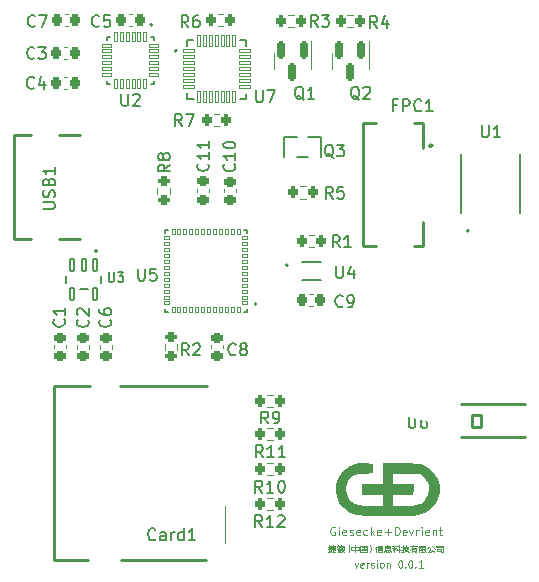
<source format=gto>
%TF.GenerationSoftware,KiCad,Pcbnew,(6.0.6)*%
%TF.CreationDate,2022-07-19T19:23:43+08:00*%
%TF.ProjectId,Egret,45677265-742e-46b6-9963-61645f706362,rev?*%
%TF.SameCoordinates,Original*%
%TF.FileFunction,Legend,Top*%
%TF.FilePolarity,Positive*%
%FSLAX46Y46*%
G04 Gerber Fmt 4.6, Leading zero omitted, Abs format (unit mm)*
G04 Created by KiCad (PCBNEW (6.0.6)) date 2022-07-19 19:23:43*
%MOMM*%
%LPD*%
G01*
G04 APERTURE LIST*
G04 Aperture macros list*
%AMRoundRect*
0 Rectangle with rounded corners*
0 $1 Rounding radius*
0 $2 $3 $4 $5 $6 $7 $8 $9 X,Y pos of 4 corners*
0 Add a 4 corners polygon primitive as box body*
4,1,4,$2,$3,$4,$5,$6,$7,$8,$9,$2,$3,0*
0 Add four circle primitives for the rounded corners*
1,1,$1+$1,$2,$3*
1,1,$1+$1,$4,$5*
1,1,$1+$1,$6,$7*
1,1,$1+$1,$8,$9*
0 Add four rect primitives between the rounded corners*
20,1,$1+$1,$2,$3,$4,$5,0*
20,1,$1+$1,$4,$5,$6,$7,0*
20,1,$1+$1,$6,$7,$8,$9,0*
20,1,$1+$1,$8,$9,$2,$3,0*%
G04 Aperture macros list end*
%ADD10C,0.100000*%
%ADD11C,0.150000*%
%ADD12C,0.300000*%
%ADD13C,0.120000*%
%ADD14C,0.200000*%
%ADD15C,0.127000*%
%ADD16C,0.254000*%
%ADD17C,0.102000*%
%ADD18C,0.152000*%
%ADD19C,0.600000*%
%ADD20RoundRect,0.200000X-0.200000X-0.275000X0.200000X-0.275000X0.200000X0.275000X-0.200000X0.275000X0*%
%ADD21R,0.550000X0.250000*%
%ADD22RoundRect,0.225000X-0.250000X0.225000X-0.250000X-0.225000X0.250000X-0.225000X0.250000X0.225000X0*%
%ADD23RoundRect,0.200000X0.200000X0.275000X-0.200000X0.275000X-0.200000X-0.275000X0.200000X-0.275000X0*%
%ADD24R,0.800000X2.300000*%
%ADD25R,1.500000X1.600000*%
%ADD26R,2.200000X1.200000*%
%ADD27R,1.500000X1.200000*%
%ADD28R,1.600000X0.700000*%
%ADD29C,1.000000*%
%ADD30RoundRect,0.150000X-0.150000X0.587500X-0.150000X-0.587500X0.150000X-0.587500X0.150000X0.587500X0*%
%ADD31R,0.532000X1.070000*%
%ADD32RoundRect,0.225000X0.225000X0.250000X-0.225000X0.250000X-0.225000X-0.250000X0.225000X-0.250000X0*%
%ADD33R,5.400000X5.400000*%
%ADD34RoundRect,0.014000X-0.161000X0.211000X-0.161000X-0.211000X0.161000X-0.211000X0.161000X0.211000X0*%
%ADD35RoundRect,0.014000X0.211000X0.161000X-0.211000X0.161000X-0.211000X-0.161000X0.211000X-0.161000X0*%
%ADD36RoundRect,0.014000X0.161000X-0.211000X0.161000X0.211000X-0.161000X0.211000X-0.161000X-0.211000X0*%
%ADD37RoundRect,0.014000X-0.211000X-0.161000X0.211000X-0.161000X0.211000X0.161000X-0.211000X0.161000X0*%
%ADD38RoundRect,0.225000X-0.225000X-0.250000X0.225000X-0.250000X0.225000X0.250000X-0.225000X0.250000X0*%
%ADD39RoundRect,0.225000X0.250000X-0.225000X0.250000X0.225000X-0.250000X0.225000X-0.250000X-0.225000X0*%
%ADD40RoundRect,0.200000X0.275000X-0.200000X0.275000X0.200000X-0.275000X0.200000X-0.275000X-0.200000X0*%
%ADD41R,0.900000X1.500000*%
%ADD42RoundRect,0.088500X-0.206500X0.516500X-0.206500X-0.516500X0.206500X-0.516500X0.206500X0.516500X0*%
%ADD43R,2.500000X2.000000*%
%ADD44R,1.250000X0.300000*%
%ADD45R,2.600000X2.700000*%
%ADD46RoundRect,0.014000X0.411000X0.161000X-0.411000X0.161000X-0.411000X-0.161000X0.411000X-0.161000X0*%
%ADD47RoundRect,0.014000X0.161000X-0.386000X0.161000X0.386000X-0.161000X0.386000X-0.161000X-0.386000X0*%
%ADD48RoundRect,0.014000X-0.411000X-0.161000X0.411000X-0.161000X0.411000X0.161000X-0.411000X0.161000X0*%
%ADD49RoundRect,0.014000X-0.161000X0.386000X-0.161000X-0.386000X0.161000X-0.386000X0.161000X0.386000X0*%
%ADD50R,3.250000X3.250000*%
%ADD51RoundRect,0.018900X-0.116100X0.486100X-0.116100X-0.486100X0.116100X-0.486100X0.116100X0.486100X0*%
%ADD52RoundRect,0.018900X0.486100X0.116100X-0.486100X0.116100X-0.486100X-0.116100X0.486100X-0.116100X0*%
%ADD53RoundRect,0.018900X0.116100X-0.486100X0.116100X0.486100X-0.116100X0.486100X-0.116100X-0.486100X0*%
%ADD54RoundRect,0.018900X-0.486100X-0.116100X0.486100X-0.116100X0.486100X0.116100X-0.486100X0.116100X0*%
%ADD55R,1.150000X0.300000*%
%ADD56R,1.150000X0.600000*%
%ADD57O,1.900000X1.000000*%
%ADD58O,2.100000X1.000000*%
%ADD59C,0.650000*%
G04 APERTURE END LIST*
D10*
X131213625Y-127889610D02*
X131594578Y-127889610D01*
X130999340Y-127961039D02*
X131189816Y-127961039D01*
X131213625Y-128056277D02*
X131618387Y-128056277D01*
X131261244Y-128151515D02*
X131570768Y-128151515D01*
X131404102Y-128246753D02*
X131570768Y-128246753D01*
X131380292Y-128389610D02*
X131618387Y-128389610D01*
X131023149Y-128389610D02*
X131094578Y-128389610D01*
X131118387Y-127818181D02*
X131118387Y-128389610D01*
X131427911Y-127818181D02*
X131427911Y-128389610D01*
X131261244Y-127961039D02*
X131570768Y-127961039D01*
X131570768Y-128151515D01*
X131261244Y-128222943D02*
X131189816Y-128389610D01*
X131189816Y-128127705D02*
X130999340Y-128151515D01*
X131261244Y-128270562D02*
X131356482Y-128365800D01*
X131523149Y-128389610D01*
X131927911Y-127889610D02*
X132356482Y-127889610D01*
X131975530Y-128103896D02*
X132332673Y-128103896D01*
X131927911Y-128175324D02*
X132356482Y-128175324D01*
X132046959Y-128389610D02*
X132237435Y-128389610D01*
X131856482Y-128032467D02*
X131856482Y-128389610D01*
X131975530Y-127961039D02*
X131975530Y-128103896D01*
X132070768Y-128270562D02*
X132070768Y-128389610D01*
X132094578Y-127961039D02*
X132094578Y-128103896D01*
X132142197Y-127818181D02*
X132118387Y-127961039D01*
X132213625Y-127961039D02*
X132213625Y-128103896D01*
X132237435Y-128318181D02*
X132237435Y-128389610D01*
X131975530Y-127961039D02*
X132332673Y-127961039D01*
X132332673Y-128103896D01*
X132261244Y-128270562D02*
X132356482Y-128365800D01*
X131880292Y-127818181D02*
X131761244Y-127961039D01*
X131880292Y-128008658D02*
X131737435Y-128151515D01*
X132094578Y-128222943D02*
X132189816Y-128246753D01*
X131975530Y-128270562D02*
X131927911Y-128389610D01*
X132808863Y-127818181D02*
X132785054Y-127889610D01*
X132761244Y-127984848D01*
X132761244Y-128222943D01*
X132785054Y-128318181D01*
X132808863Y-128365800D01*
X132999340Y-128175324D02*
X133618387Y-128175324D01*
X132999340Y-127937229D02*
X132999340Y-128222943D01*
X133308863Y-127818181D02*
X133308863Y-128389610D01*
X132999340Y-127937229D02*
X133618387Y-127937229D01*
X133618387Y-128199134D01*
X133856482Y-127961039D02*
X134261244Y-127961039D01*
X133880292Y-128103896D02*
X134237435Y-128103896D01*
X133832673Y-128246753D02*
X134261244Y-128246753D01*
X133737435Y-128365800D02*
X134356482Y-128365800D01*
X133737435Y-127865800D02*
X133737435Y-128389610D01*
X134046959Y-127961039D02*
X134046959Y-128246753D01*
X133737435Y-127865800D02*
X134356482Y-127865800D01*
X134356482Y-128389610D01*
X134142197Y-128151515D02*
X134213625Y-128199134D01*
X134546959Y-127818181D02*
X134594578Y-127889610D01*
X134618387Y-127984848D01*
X134618387Y-128222943D01*
X134594578Y-128318181D01*
X134546959Y-128365800D01*
X135237435Y-127865800D02*
X135546959Y-127865800D01*
X135189816Y-127937229D02*
X135618387Y-127937229D01*
X135237435Y-128032467D02*
X135570768Y-128032467D01*
X135237435Y-128127705D02*
X135570768Y-128127705D01*
X135237435Y-128365800D02*
X135570768Y-128365800D01*
X135118387Y-127937229D02*
X135118387Y-128389610D01*
X135237435Y-128222943D02*
X135237435Y-128389610D01*
X135237435Y-128222943D02*
X135570768Y-128222943D01*
X135570768Y-128389610D01*
X135166006Y-127841991D02*
X135118387Y-127961039D01*
X134999340Y-128080086D01*
X135856482Y-127984848D02*
X136237435Y-127984848D01*
X135856482Y-128080086D02*
X136237435Y-128080086D01*
X135856482Y-128175324D02*
X136237435Y-128175324D01*
X135927911Y-128389610D02*
X136189816Y-128389610D01*
X135856482Y-127889610D02*
X135856482Y-128175324D01*
X135927911Y-128246753D02*
X135927911Y-128389610D01*
X136189816Y-128341991D02*
X136166006Y-128389610D01*
X135856482Y-127889610D02*
X136237435Y-127889610D01*
X136237435Y-128175324D01*
X136023149Y-128222943D02*
X136094578Y-128294372D01*
X136237435Y-128246753D02*
X136356482Y-128365800D01*
X136023149Y-127818181D02*
X135999340Y-127889610D01*
X135808863Y-128246753D02*
X135785054Y-128341991D01*
X136475530Y-128008658D02*
X136737435Y-128008658D01*
X136618387Y-127865800D02*
X136618387Y-128389610D01*
X136999340Y-127818181D02*
X136999340Y-128389610D01*
X136618387Y-128032467D02*
X136666006Y-128103896D01*
X136713625Y-128151515D01*
X136808863Y-127889610D02*
X136904102Y-127913420D01*
X136785054Y-128056277D02*
X136880292Y-128103896D01*
X136618387Y-128008658D02*
X136499340Y-128222943D01*
X136689816Y-127841991D02*
X136475530Y-127865800D01*
X137070768Y-128199134D02*
X136761244Y-128246753D01*
X137451721Y-127937229D02*
X137808863Y-127937229D01*
X137213625Y-127961039D02*
X137404102Y-127961039D01*
X137237435Y-128389610D02*
X137308863Y-128389610D01*
X137332673Y-127818181D02*
X137332673Y-128389610D01*
X137618387Y-127818181D02*
X137618387Y-128080086D01*
X137499340Y-128080086D02*
X137546959Y-128199134D01*
X137666006Y-128318181D01*
X137832673Y-128389610D01*
X137451721Y-128080086D02*
X137785054Y-128080086D01*
X137737435Y-128175324D01*
X137618387Y-128294372D01*
X137404102Y-128389610D01*
X137427911Y-128127705D02*
X137213625Y-128175324D01*
X137951721Y-127913420D02*
X138570768Y-127913420D01*
X138118387Y-128151515D02*
X138475530Y-128151515D01*
X138118387Y-128270562D02*
X138475530Y-128270562D01*
X138118387Y-128032467D02*
X138118387Y-128389610D01*
X138213625Y-127818181D02*
X138118387Y-128032467D01*
X137975530Y-128175324D01*
X138118387Y-128032467D02*
X138475530Y-128032467D01*
X138475530Y-128389610D01*
X138356482Y-128389610D01*
X138951721Y-127984848D02*
X139261244Y-127984848D01*
X138951721Y-128103896D02*
X139261244Y-128103896D01*
X138689816Y-127841991D02*
X138689816Y-128389610D01*
X138951721Y-127841991D02*
X138951721Y-128365800D01*
X138951721Y-127841991D02*
X139261244Y-127841991D01*
X139261244Y-128103896D01*
X138689816Y-127865800D02*
X138880292Y-127865800D01*
X138785054Y-128008658D01*
X139261244Y-128175324D02*
X139142197Y-128222943D01*
X138785054Y-128032467D02*
X138856482Y-128151515D01*
X138856482Y-128222943D01*
X138761244Y-128222943D01*
X139142197Y-128341991D02*
X138856482Y-128365800D01*
X139094578Y-128127705D02*
X139142197Y-128246753D01*
X139285054Y-128389610D01*
X139832673Y-128199134D02*
X139999340Y-128365800D01*
X139689816Y-128056277D02*
X139546959Y-128365800D01*
X139618387Y-127841991D02*
X139570768Y-127984848D01*
X139427911Y-128080086D01*
X139856482Y-127841991D02*
X139880292Y-127937229D01*
X140046959Y-128103896D01*
X139499340Y-128365800D02*
X139951721Y-128318181D01*
X140166006Y-127984848D02*
X140666006Y-127984848D01*
X140237435Y-128270562D02*
X140594578Y-128270562D01*
X140618387Y-128389610D02*
X140785054Y-128389610D01*
X140237435Y-128103896D02*
X140237435Y-128318181D01*
X140237435Y-128103896D02*
X140594578Y-128103896D01*
X140594578Y-128270562D01*
X140166006Y-127865800D02*
X140785054Y-127865800D01*
X140785054Y-128389610D01*
X131604102Y-126289420D02*
X131537435Y-126256086D01*
X131437435Y-126256086D01*
X131337435Y-126289420D01*
X131270768Y-126356086D01*
X131237435Y-126422753D01*
X131204102Y-126556086D01*
X131204102Y-126656086D01*
X131237435Y-126789420D01*
X131270768Y-126856086D01*
X131337435Y-126922753D01*
X131437435Y-126956086D01*
X131504102Y-126956086D01*
X131604102Y-126922753D01*
X131637435Y-126889420D01*
X131637435Y-126656086D01*
X131504102Y-126656086D01*
X131937435Y-126956086D02*
X131937435Y-126489420D01*
X131937435Y-126256086D02*
X131904102Y-126289420D01*
X131937435Y-126322753D01*
X131970768Y-126289420D01*
X131937435Y-126256086D01*
X131937435Y-126322753D01*
X132537435Y-126922753D02*
X132470768Y-126956086D01*
X132337435Y-126956086D01*
X132270768Y-126922753D01*
X132237435Y-126856086D01*
X132237435Y-126589420D01*
X132270768Y-126522753D01*
X132337435Y-126489420D01*
X132470768Y-126489420D01*
X132537435Y-126522753D01*
X132570768Y-126589420D01*
X132570768Y-126656086D01*
X132237435Y-126722753D01*
X132837435Y-126922753D02*
X132904102Y-126956086D01*
X133037435Y-126956086D01*
X133104102Y-126922753D01*
X133137435Y-126856086D01*
X133137435Y-126822753D01*
X133104102Y-126756086D01*
X133037435Y-126722753D01*
X132937435Y-126722753D01*
X132870768Y-126689420D01*
X132837435Y-126622753D01*
X132837435Y-126589420D01*
X132870768Y-126522753D01*
X132937435Y-126489420D01*
X133037435Y-126489420D01*
X133104102Y-126522753D01*
X133704102Y-126922753D02*
X133637435Y-126956086D01*
X133504102Y-126956086D01*
X133437435Y-126922753D01*
X133404102Y-126856086D01*
X133404102Y-126589420D01*
X133437435Y-126522753D01*
X133504102Y-126489420D01*
X133637435Y-126489420D01*
X133704102Y-126522753D01*
X133737435Y-126589420D01*
X133737435Y-126656086D01*
X133404102Y-126722753D01*
X134337435Y-126922753D02*
X134270768Y-126956086D01*
X134137435Y-126956086D01*
X134070768Y-126922753D01*
X134037435Y-126889420D01*
X134004102Y-126822753D01*
X134004102Y-126622753D01*
X134037435Y-126556086D01*
X134070768Y-126522753D01*
X134137435Y-126489420D01*
X134270768Y-126489420D01*
X134337435Y-126522753D01*
X134637435Y-126956086D02*
X134637435Y-126256086D01*
X134704102Y-126689420D02*
X134904102Y-126956086D01*
X134904102Y-126489420D02*
X134637435Y-126756086D01*
X135470768Y-126922753D02*
X135404102Y-126956086D01*
X135270768Y-126956086D01*
X135204102Y-126922753D01*
X135170768Y-126856086D01*
X135170768Y-126589420D01*
X135204102Y-126522753D01*
X135270768Y-126489420D01*
X135404102Y-126489420D01*
X135470768Y-126522753D01*
X135504102Y-126589420D01*
X135504102Y-126656086D01*
X135170768Y-126722753D01*
X135804102Y-126689420D02*
X136337435Y-126689420D01*
X136070768Y-126956086D02*
X136070768Y-126422753D01*
X136670768Y-126956086D02*
X136670768Y-126256086D01*
X136837435Y-126256086D01*
X136937435Y-126289420D01*
X137004102Y-126356086D01*
X137037435Y-126422753D01*
X137070768Y-126556086D01*
X137070768Y-126656086D01*
X137037435Y-126789420D01*
X137004102Y-126856086D01*
X136937435Y-126922753D01*
X136837435Y-126956086D01*
X136670768Y-126956086D01*
X137637435Y-126922753D02*
X137570768Y-126956086D01*
X137437435Y-126956086D01*
X137370768Y-126922753D01*
X137337435Y-126856086D01*
X137337435Y-126589420D01*
X137370768Y-126522753D01*
X137437435Y-126489420D01*
X137570768Y-126489420D01*
X137637435Y-126522753D01*
X137670768Y-126589420D01*
X137670768Y-126656086D01*
X137337435Y-126722753D01*
X137904102Y-126489420D02*
X138070768Y-126956086D01*
X138237435Y-126489420D01*
X138504102Y-126956086D02*
X138504102Y-126489420D01*
X138504102Y-126622753D02*
X138537435Y-126556086D01*
X138570768Y-126522753D01*
X138637435Y-126489420D01*
X138704102Y-126489420D01*
X138937435Y-126956086D02*
X138937435Y-126489420D01*
X138937435Y-126256086D02*
X138904102Y-126289420D01*
X138937435Y-126322753D01*
X138970768Y-126289420D01*
X138937435Y-126256086D01*
X138937435Y-126322753D01*
X139537435Y-126922753D02*
X139470768Y-126956086D01*
X139337435Y-126956086D01*
X139270768Y-126922753D01*
X139237435Y-126856086D01*
X139237435Y-126589420D01*
X139270768Y-126522753D01*
X139337435Y-126489420D01*
X139470768Y-126489420D01*
X139537435Y-126522753D01*
X139570768Y-126589420D01*
X139570768Y-126656086D01*
X139237435Y-126722753D01*
X139870768Y-126489420D02*
X139870768Y-126956086D01*
X139870768Y-126556086D02*
X139904102Y-126522753D01*
X139970768Y-126489420D01*
X140070768Y-126489420D01*
X140137435Y-126522753D01*
X140170768Y-126589420D01*
X140170768Y-126956086D01*
X140404102Y-126489420D02*
X140670768Y-126489420D01*
X140504102Y-126256086D02*
X140504102Y-126856086D01*
X140537435Y-126922753D01*
X140604102Y-126956086D01*
X140670768Y-126956086D01*
X133278387Y-129294848D02*
X133421244Y-129694848D01*
X133564102Y-129294848D01*
X134021244Y-129666277D02*
X133964102Y-129694848D01*
X133849816Y-129694848D01*
X133792673Y-129666277D01*
X133764102Y-129609134D01*
X133764102Y-129380562D01*
X133792673Y-129323420D01*
X133849816Y-129294848D01*
X133964102Y-129294848D01*
X134021244Y-129323420D01*
X134049816Y-129380562D01*
X134049816Y-129437705D01*
X133764102Y-129494848D01*
X134306959Y-129694848D02*
X134306959Y-129294848D01*
X134306959Y-129409134D02*
X134335530Y-129351991D01*
X134364102Y-129323420D01*
X134421244Y-129294848D01*
X134478387Y-129294848D01*
X134649816Y-129666277D02*
X134706959Y-129694848D01*
X134821244Y-129694848D01*
X134878387Y-129666277D01*
X134906959Y-129609134D01*
X134906959Y-129580562D01*
X134878387Y-129523420D01*
X134821244Y-129494848D01*
X134735530Y-129494848D01*
X134678387Y-129466277D01*
X134649816Y-129409134D01*
X134649816Y-129380562D01*
X134678387Y-129323420D01*
X134735530Y-129294848D01*
X134821244Y-129294848D01*
X134878387Y-129323420D01*
X135164102Y-129694848D02*
X135164102Y-129294848D01*
X135164102Y-129094848D02*
X135135530Y-129123420D01*
X135164102Y-129151991D01*
X135192673Y-129123420D01*
X135164102Y-129094848D01*
X135164102Y-129151991D01*
X135535530Y-129694848D02*
X135478387Y-129666277D01*
X135449816Y-129637705D01*
X135421244Y-129580562D01*
X135421244Y-129409134D01*
X135449816Y-129351991D01*
X135478387Y-129323420D01*
X135535530Y-129294848D01*
X135621244Y-129294848D01*
X135678387Y-129323420D01*
X135706959Y-129351991D01*
X135735530Y-129409134D01*
X135735530Y-129580562D01*
X135706959Y-129637705D01*
X135678387Y-129666277D01*
X135621244Y-129694848D01*
X135535530Y-129694848D01*
X135992673Y-129294848D02*
X135992673Y-129694848D01*
X135992673Y-129351991D02*
X136021244Y-129323420D01*
X136078387Y-129294848D01*
X136164102Y-129294848D01*
X136221244Y-129323420D01*
X136249816Y-129380562D01*
X136249816Y-129694848D01*
X137106959Y-129094848D02*
X137164102Y-129094848D01*
X137221244Y-129123420D01*
X137249816Y-129151991D01*
X137278387Y-129209134D01*
X137306959Y-129323420D01*
X137306959Y-129466277D01*
X137278387Y-129580562D01*
X137249816Y-129637705D01*
X137221244Y-129666277D01*
X137164102Y-129694848D01*
X137106959Y-129694848D01*
X137049816Y-129666277D01*
X137021244Y-129637705D01*
X136992673Y-129580562D01*
X136964102Y-129466277D01*
X136964102Y-129323420D01*
X136992673Y-129209134D01*
X137021244Y-129151991D01*
X137049816Y-129123420D01*
X137106959Y-129094848D01*
X137564102Y-129637705D02*
X137592673Y-129666277D01*
X137564102Y-129694848D01*
X137535530Y-129666277D01*
X137564102Y-129637705D01*
X137564102Y-129694848D01*
X137964102Y-129094848D02*
X138021244Y-129094848D01*
X138078387Y-129123420D01*
X138106959Y-129151991D01*
X138135530Y-129209134D01*
X138164102Y-129323420D01*
X138164102Y-129466277D01*
X138135530Y-129580562D01*
X138106959Y-129637705D01*
X138078387Y-129666277D01*
X138021244Y-129694848D01*
X137964102Y-129694848D01*
X137906959Y-129666277D01*
X137878387Y-129637705D01*
X137849816Y-129580562D01*
X137821244Y-129466277D01*
X137821244Y-129323420D01*
X137849816Y-129209134D01*
X137878387Y-129151991D01*
X137906959Y-129123420D01*
X137964102Y-129094848D01*
X138421244Y-129637705D02*
X138449816Y-129666277D01*
X138421244Y-129694848D01*
X138392673Y-129666277D01*
X138421244Y-129637705D01*
X138421244Y-129694848D01*
X139021244Y-129694848D02*
X138678387Y-129694848D01*
X138849816Y-129694848D02*
X138849816Y-129094848D01*
X138792673Y-129180562D01*
X138735530Y-129237705D01*
X138678387Y-129266277D01*
D11*
%TO.C,R3*%
X130133333Y-83902380D02*
X129800000Y-83426190D01*
X129561904Y-83902380D02*
X129561904Y-82902380D01*
X129942857Y-82902380D01*
X130038095Y-82950000D01*
X130085714Y-82997619D01*
X130133333Y-83092857D01*
X130133333Y-83235714D01*
X130085714Y-83330952D01*
X130038095Y-83378571D01*
X129942857Y-83426190D01*
X129561904Y-83426190D01*
X130466666Y-82902380D02*
X131085714Y-82902380D01*
X130752380Y-83283333D01*
X130895238Y-83283333D01*
X130990476Y-83330952D01*
X131038095Y-83378571D01*
X131085714Y-83473809D01*
X131085714Y-83711904D01*
X131038095Y-83807142D01*
X130990476Y-83854761D01*
X130895238Y-83902380D01*
X130609523Y-83902380D01*
X130514285Y-83854761D01*
X130466666Y-83807142D01*
%TO.C,U4*%
X131697117Y-104171678D02*
X131697117Y-104982240D01*
X131744797Y-105077601D01*
X131792478Y-105125281D01*
X131887838Y-105172961D01*
X132078558Y-105172961D01*
X132173919Y-105125281D01*
X132221599Y-105077601D01*
X132269279Y-104982240D01*
X132269279Y-104171678D01*
X133175202Y-104505439D02*
X133175202Y-105172961D01*
X132936801Y-104123998D02*
X132698400Y-104839200D01*
X133318242Y-104839200D01*
%TO.C,R11*%
X125497142Y-120352380D02*
X125163809Y-119876190D01*
X124925714Y-120352380D02*
X124925714Y-119352380D01*
X125306666Y-119352380D01*
X125401904Y-119400000D01*
X125449523Y-119447619D01*
X125497142Y-119542857D01*
X125497142Y-119685714D01*
X125449523Y-119780952D01*
X125401904Y-119828571D01*
X125306666Y-119876190D01*
X124925714Y-119876190D01*
X126449523Y-120352380D02*
X125878095Y-120352380D01*
X126163809Y-120352380D02*
X126163809Y-119352380D01*
X126068571Y-119495238D01*
X125973333Y-119590476D01*
X125878095Y-119638095D01*
X127401904Y-120352380D02*
X126830476Y-120352380D01*
X127116190Y-120352380D02*
X127116190Y-119352380D01*
X127020952Y-119495238D01*
X126925714Y-119590476D01*
X126830476Y-119638095D01*
%TO.C,C8*%
X123203333Y-111627142D02*
X123155714Y-111674761D01*
X123012857Y-111722380D01*
X122917619Y-111722380D01*
X122774761Y-111674761D01*
X122679523Y-111579523D01*
X122631904Y-111484285D01*
X122584285Y-111293809D01*
X122584285Y-111150952D01*
X122631904Y-110960476D01*
X122679523Y-110865238D01*
X122774761Y-110770000D01*
X122917619Y-110722380D01*
X123012857Y-110722380D01*
X123155714Y-110770000D01*
X123203333Y-110817619D01*
X123774761Y-111150952D02*
X123679523Y-111103333D01*
X123631904Y-111055714D01*
X123584285Y-110960476D01*
X123584285Y-110912857D01*
X123631904Y-110817619D01*
X123679523Y-110770000D01*
X123774761Y-110722380D01*
X123965238Y-110722380D01*
X124060476Y-110770000D01*
X124108095Y-110817619D01*
X124155714Y-110912857D01*
X124155714Y-110960476D01*
X124108095Y-111055714D01*
X124060476Y-111103333D01*
X123965238Y-111150952D01*
X123774761Y-111150952D01*
X123679523Y-111198571D01*
X123631904Y-111246190D01*
X123584285Y-111341428D01*
X123584285Y-111531904D01*
X123631904Y-111627142D01*
X123679523Y-111674761D01*
X123774761Y-111722380D01*
X123965238Y-111722380D01*
X124060476Y-111674761D01*
X124108095Y-111627142D01*
X124155714Y-111531904D01*
X124155714Y-111341428D01*
X124108095Y-111246190D01*
X124060476Y-111198571D01*
X123965238Y-111150952D01*
%TO.C,C1*%
X108662142Y-108674166D02*
X108709761Y-108721785D01*
X108757380Y-108864642D01*
X108757380Y-108959880D01*
X108709761Y-109102738D01*
X108614523Y-109197976D01*
X108519285Y-109245595D01*
X108328809Y-109293214D01*
X108185952Y-109293214D01*
X107995476Y-109245595D01*
X107900238Y-109197976D01*
X107805000Y-109102738D01*
X107757380Y-108959880D01*
X107757380Y-108864642D01*
X107805000Y-108721785D01*
X107852619Y-108674166D01*
X108757380Y-107721785D02*
X108757380Y-108293214D01*
X108757380Y-108007500D02*
X107757380Y-108007500D01*
X107900238Y-108102738D01*
X107995476Y-108197976D01*
X108043095Y-108293214D01*
%TO.C,R6*%
X119183333Y-83952380D02*
X118850000Y-83476190D01*
X118611904Y-83952380D02*
X118611904Y-82952380D01*
X118992857Y-82952380D01*
X119088095Y-83000000D01*
X119135714Y-83047619D01*
X119183333Y-83142857D01*
X119183333Y-83285714D01*
X119135714Y-83380952D01*
X119088095Y-83428571D01*
X118992857Y-83476190D01*
X118611904Y-83476190D01*
X120040476Y-82952380D02*
X119850000Y-82952380D01*
X119754761Y-83000000D01*
X119707142Y-83047619D01*
X119611904Y-83190476D01*
X119564285Y-83380952D01*
X119564285Y-83761904D01*
X119611904Y-83857142D01*
X119659523Y-83904761D01*
X119754761Y-83952380D01*
X119945238Y-83952380D01*
X120040476Y-83904761D01*
X120088095Y-83857142D01*
X120135714Y-83761904D01*
X120135714Y-83523809D01*
X120088095Y-83428571D01*
X120040476Y-83380952D01*
X119945238Y-83333333D01*
X119754761Y-83333333D01*
X119659523Y-83380952D01*
X119611904Y-83428571D01*
X119564285Y-83523809D01*
%TO.C,R9*%
X125943333Y-117492380D02*
X125610000Y-117016190D01*
X125371904Y-117492380D02*
X125371904Y-116492380D01*
X125752857Y-116492380D01*
X125848095Y-116540000D01*
X125895714Y-116587619D01*
X125943333Y-116682857D01*
X125943333Y-116825714D01*
X125895714Y-116920952D01*
X125848095Y-116968571D01*
X125752857Y-117016190D01*
X125371904Y-117016190D01*
X126419523Y-117492380D02*
X126610000Y-117492380D01*
X126705238Y-117444761D01*
X126752857Y-117397142D01*
X126848095Y-117254285D01*
X126895714Y-117063809D01*
X126895714Y-116682857D01*
X126848095Y-116587619D01*
X126800476Y-116540000D01*
X126705238Y-116492380D01*
X126514761Y-116492380D01*
X126419523Y-116540000D01*
X126371904Y-116587619D01*
X126324285Y-116682857D01*
X126324285Y-116920952D01*
X126371904Y-117016190D01*
X126419523Y-117063809D01*
X126514761Y-117111428D01*
X126705238Y-117111428D01*
X126800476Y-117063809D01*
X126848095Y-117016190D01*
X126895714Y-116920952D01*
%TO.C,U6*%
X137850595Y-116862380D02*
X137850595Y-117671904D01*
X137898214Y-117767142D01*
X137945833Y-117814761D01*
X138041071Y-117862380D01*
X138231547Y-117862380D01*
X138326785Y-117814761D01*
X138374404Y-117767142D01*
X138422023Y-117671904D01*
X138422023Y-116862380D01*
X139326785Y-116862380D02*
X139136309Y-116862380D01*
X139041071Y-116910000D01*
X138993452Y-116957619D01*
X138898214Y-117100476D01*
X138850595Y-117290952D01*
X138850595Y-117671904D01*
X138898214Y-117767142D01*
X138945833Y-117814761D01*
X139041071Y-117862380D01*
X139231547Y-117862380D01*
X139326785Y-117814761D01*
X139374404Y-117767142D01*
X139422023Y-117671904D01*
X139422023Y-117433809D01*
X139374404Y-117338571D01*
X139326785Y-117290952D01*
X139231547Y-117243333D01*
X139041071Y-117243333D01*
X138945833Y-117290952D01*
X138898214Y-117338571D01*
X138850595Y-117433809D01*
%TO.C,Card1*%
X116401071Y-127287142D02*
X116353452Y-127334761D01*
X116210595Y-127382380D01*
X116115357Y-127382380D01*
X115972500Y-127334761D01*
X115877261Y-127239523D01*
X115829642Y-127144285D01*
X115782023Y-126953809D01*
X115782023Y-126810952D01*
X115829642Y-126620476D01*
X115877261Y-126525238D01*
X115972500Y-126430000D01*
X116115357Y-126382380D01*
X116210595Y-126382380D01*
X116353452Y-126430000D01*
X116401071Y-126477619D01*
X117258214Y-127382380D02*
X117258214Y-126858571D01*
X117210595Y-126763333D01*
X117115357Y-126715714D01*
X116924880Y-126715714D01*
X116829642Y-126763333D01*
X117258214Y-127334761D02*
X117162976Y-127382380D01*
X116924880Y-127382380D01*
X116829642Y-127334761D01*
X116782023Y-127239523D01*
X116782023Y-127144285D01*
X116829642Y-127049047D01*
X116924880Y-127001428D01*
X117162976Y-127001428D01*
X117258214Y-126953809D01*
X117734404Y-127382380D02*
X117734404Y-126715714D01*
X117734404Y-126906190D02*
X117782023Y-126810952D01*
X117829642Y-126763333D01*
X117924880Y-126715714D01*
X118020119Y-126715714D01*
X118782023Y-127382380D02*
X118782023Y-126382380D01*
X118782023Y-127334761D02*
X118686785Y-127382380D01*
X118496309Y-127382380D01*
X118401071Y-127334761D01*
X118353452Y-127287142D01*
X118305833Y-127191904D01*
X118305833Y-126906190D01*
X118353452Y-126810952D01*
X118401071Y-126763333D01*
X118496309Y-126715714D01*
X118686785Y-126715714D01*
X118782023Y-126763333D01*
X119782023Y-127382380D02*
X119210595Y-127382380D01*
X119496309Y-127382380D02*
X119496309Y-126382380D01*
X119401071Y-126525238D01*
X119305833Y-126620476D01*
X119210595Y-126668095D01*
%TO.C,R1*%
X132003333Y-102572380D02*
X131670000Y-102096190D01*
X131431904Y-102572380D02*
X131431904Y-101572380D01*
X131812857Y-101572380D01*
X131908095Y-101620000D01*
X131955714Y-101667619D01*
X132003333Y-101762857D01*
X132003333Y-101905714D01*
X131955714Y-102000952D01*
X131908095Y-102048571D01*
X131812857Y-102096190D01*
X131431904Y-102096190D01*
X132955714Y-102572380D02*
X132384285Y-102572380D01*
X132670000Y-102572380D02*
X132670000Y-101572380D01*
X132574761Y-101715238D01*
X132479523Y-101810476D01*
X132384285Y-101858095D01*
%TO.C,Q2*%
X133674761Y-90087619D02*
X133579523Y-90040000D01*
X133484285Y-89944761D01*
X133341428Y-89801904D01*
X133246190Y-89754285D01*
X133150952Y-89754285D01*
X133198571Y-89992380D02*
X133103333Y-89944761D01*
X133008095Y-89849523D01*
X132960476Y-89659047D01*
X132960476Y-89325714D01*
X133008095Y-89135238D01*
X133103333Y-89040000D01*
X133198571Y-88992380D01*
X133389047Y-88992380D01*
X133484285Y-89040000D01*
X133579523Y-89135238D01*
X133627142Y-89325714D01*
X133627142Y-89659047D01*
X133579523Y-89849523D01*
X133484285Y-89944761D01*
X133389047Y-89992380D01*
X133198571Y-89992380D01*
X134008095Y-89087619D02*
X134055714Y-89040000D01*
X134150952Y-88992380D01*
X134389047Y-88992380D01*
X134484285Y-89040000D01*
X134531904Y-89087619D01*
X134579523Y-89182857D01*
X134579523Y-89278095D01*
X134531904Y-89420952D01*
X133960476Y-89992380D01*
X134579523Y-89992380D01*
%TO.C,R4*%
X135183333Y-84002380D02*
X134850000Y-83526190D01*
X134611904Y-84002380D02*
X134611904Y-83002380D01*
X134992857Y-83002380D01*
X135088095Y-83050000D01*
X135135714Y-83097619D01*
X135183333Y-83192857D01*
X135183333Y-83335714D01*
X135135714Y-83430952D01*
X135088095Y-83478571D01*
X134992857Y-83526190D01*
X134611904Y-83526190D01*
X136040476Y-83335714D02*
X136040476Y-84002380D01*
X135802380Y-82954761D02*
X135564285Y-83669047D01*
X136183333Y-83669047D01*
D12*
%TO.C,*%
D11*
%TO.C,R12*%
X125437142Y-126272380D02*
X125103809Y-125796190D01*
X124865714Y-126272380D02*
X124865714Y-125272380D01*
X125246666Y-125272380D01*
X125341904Y-125320000D01*
X125389523Y-125367619D01*
X125437142Y-125462857D01*
X125437142Y-125605714D01*
X125389523Y-125700952D01*
X125341904Y-125748571D01*
X125246666Y-125796190D01*
X124865714Y-125796190D01*
X126389523Y-126272380D02*
X125818095Y-126272380D01*
X126103809Y-126272380D02*
X126103809Y-125272380D01*
X126008571Y-125415238D01*
X125913333Y-125510476D01*
X125818095Y-125558095D01*
X126770476Y-125367619D02*
X126818095Y-125320000D01*
X126913333Y-125272380D01*
X127151428Y-125272380D01*
X127246666Y-125320000D01*
X127294285Y-125367619D01*
X127341904Y-125462857D01*
X127341904Y-125558095D01*
X127294285Y-125700952D01*
X126722857Y-126272380D01*
X127341904Y-126272380D01*
%TO.C,Q3*%
X131482261Y-94987619D02*
X131387023Y-94940000D01*
X131291785Y-94844761D01*
X131148928Y-94701904D01*
X131053690Y-94654285D01*
X130958452Y-94654285D01*
X131006071Y-94892380D02*
X130910833Y-94844761D01*
X130815595Y-94749523D01*
X130767976Y-94559047D01*
X130767976Y-94225714D01*
X130815595Y-94035238D01*
X130910833Y-93940000D01*
X131006071Y-93892380D01*
X131196547Y-93892380D01*
X131291785Y-93940000D01*
X131387023Y-94035238D01*
X131434642Y-94225714D01*
X131434642Y-94559047D01*
X131387023Y-94749523D01*
X131291785Y-94844761D01*
X131196547Y-94892380D01*
X131006071Y-94892380D01*
X131767976Y-93892380D02*
X132387023Y-93892380D01*
X132053690Y-94273333D01*
X132196547Y-94273333D01*
X132291785Y-94320952D01*
X132339404Y-94368571D01*
X132387023Y-94463809D01*
X132387023Y-94701904D01*
X132339404Y-94797142D01*
X132291785Y-94844761D01*
X132196547Y-94892380D01*
X131910833Y-94892380D01*
X131815595Y-94844761D01*
X131767976Y-94797142D01*
%TO.C,C5*%
X111638333Y-83827142D02*
X111590714Y-83874761D01*
X111447857Y-83922380D01*
X111352619Y-83922380D01*
X111209761Y-83874761D01*
X111114523Y-83779523D01*
X111066904Y-83684285D01*
X111019285Y-83493809D01*
X111019285Y-83350952D01*
X111066904Y-83160476D01*
X111114523Y-83065238D01*
X111209761Y-82970000D01*
X111352619Y-82922380D01*
X111447857Y-82922380D01*
X111590714Y-82970000D01*
X111638333Y-83017619D01*
X112543095Y-82922380D02*
X112066904Y-82922380D01*
X112019285Y-83398571D01*
X112066904Y-83350952D01*
X112162142Y-83303333D01*
X112400238Y-83303333D01*
X112495476Y-83350952D01*
X112543095Y-83398571D01*
X112590714Y-83493809D01*
X112590714Y-83731904D01*
X112543095Y-83827142D01*
X112495476Y-83874761D01*
X112400238Y-83922380D01*
X112162142Y-83922380D01*
X112066904Y-83874761D01*
X112019285Y-83827142D01*
%TO.C,U5*%
X114938095Y-104402380D02*
X114938095Y-105211904D01*
X114985714Y-105307142D01*
X115033333Y-105354761D01*
X115128571Y-105402380D01*
X115319047Y-105402380D01*
X115414285Y-105354761D01*
X115461904Y-105307142D01*
X115509523Y-105211904D01*
X115509523Y-104402380D01*
X116461904Y-104402380D02*
X115985714Y-104402380D01*
X115938095Y-104878571D01*
X115985714Y-104830952D01*
X116080952Y-104783333D01*
X116319047Y-104783333D01*
X116414285Y-104830952D01*
X116461904Y-104878571D01*
X116509523Y-104973809D01*
X116509523Y-105211904D01*
X116461904Y-105307142D01*
X116414285Y-105354761D01*
X116319047Y-105402380D01*
X116080952Y-105402380D01*
X115985714Y-105354761D01*
X115938095Y-105307142D01*
%TO.C,C9*%
X132263333Y-107547142D02*
X132215714Y-107594761D01*
X132072857Y-107642380D01*
X131977619Y-107642380D01*
X131834761Y-107594761D01*
X131739523Y-107499523D01*
X131691904Y-107404285D01*
X131644285Y-107213809D01*
X131644285Y-107070952D01*
X131691904Y-106880476D01*
X131739523Y-106785238D01*
X131834761Y-106690000D01*
X131977619Y-106642380D01*
X132072857Y-106642380D01*
X132215714Y-106690000D01*
X132263333Y-106737619D01*
X132739523Y-107642380D02*
X132930000Y-107642380D01*
X133025238Y-107594761D01*
X133072857Y-107547142D01*
X133168095Y-107404285D01*
X133215714Y-107213809D01*
X133215714Y-106832857D01*
X133168095Y-106737619D01*
X133120476Y-106690000D01*
X133025238Y-106642380D01*
X132834761Y-106642380D01*
X132739523Y-106690000D01*
X132691904Y-106737619D01*
X132644285Y-106832857D01*
X132644285Y-107070952D01*
X132691904Y-107166190D01*
X132739523Y-107213809D01*
X132834761Y-107261428D01*
X133025238Y-107261428D01*
X133120476Y-107213809D01*
X133168095Y-107166190D01*
X133215714Y-107070952D01*
%TO.C,C2*%
X110662142Y-108696666D02*
X110709761Y-108744285D01*
X110757380Y-108887142D01*
X110757380Y-108982380D01*
X110709761Y-109125238D01*
X110614523Y-109220476D01*
X110519285Y-109268095D01*
X110328809Y-109315714D01*
X110185952Y-109315714D01*
X109995476Y-109268095D01*
X109900238Y-109220476D01*
X109805000Y-109125238D01*
X109757380Y-108982380D01*
X109757380Y-108887142D01*
X109805000Y-108744285D01*
X109852619Y-108696666D01*
X109852619Y-108315714D02*
X109805000Y-108268095D01*
X109757380Y-108172857D01*
X109757380Y-107934761D01*
X109805000Y-107839523D01*
X109852619Y-107791904D01*
X109947857Y-107744285D01*
X110043095Y-107744285D01*
X110185952Y-107791904D01*
X110757380Y-108363333D01*
X110757380Y-107744285D01*
%TO.C,R5*%
X131413333Y-98462380D02*
X131080000Y-97986190D01*
X130841904Y-98462380D02*
X130841904Y-97462380D01*
X131222857Y-97462380D01*
X131318095Y-97510000D01*
X131365714Y-97557619D01*
X131413333Y-97652857D01*
X131413333Y-97795714D01*
X131365714Y-97890952D01*
X131318095Y-97938571D01*
X131222857Y-97986190D01*
X130841904Y-97986190D01*
X132318095Y-97462380D02*
X131841904Y-97462380D01*
X131794285Y-97938571D01*
X131841904Y-97890952D01*
X131937142Y-97843333D01*
X132175238Y-97843333D01*
X132270476Y-97890952D01*
X132318095Y-97938571D01*
X132365714Y-98033809D01*
X132365714Y-98271904D01*
X132318095Y-98367142D01*
X132270476Y-98414761D01*
X132175238Y-98462380D01*
X131937142Y-98462380D01*
X131841904Y-98414761D01*
X131794285Y-98367142D01*
%TO.C,C3*%
X106144166Y-86537808D02*
X106096547Y-86585427D01*
X105953690Y-86633046D01*
X105858452Y-86633046D01*
X105715594Y-86585427D01*
X105620356Y-86490189D01*
X105572737Y-86394951D01*
X105525118Y-86204475D01*
X105525118Y-86061618D01*
X105572737Y-85871142D01*
X105620356Y-85775904D01*
X105715594Y-85680666D01*
X105858452Y-85633046D01*
X105953690Y-85633046D01*
X106096547Y-85680666D01*
X106144166Y-85728285D01*
X106477499Y-85633046D02*
X107096547Y-85633046D01*
X106763213Y-86013999D01*
X106906071Y-86013999D01*
X107001309Y-86061618D01*
X107048928Y-86109237D01*
X107096547Y-86204475D01*
X107096547Y-86442570D01*
X107048928Y-86537808D01*
X107001309Y-86585427D01*
X106906071Y-86633046D01*
X106620356Y-86633046D01*
X106525118Y-86585427D01*
X106477499Y-86537808D01*
%TO.C,C7*%
X106213333Y-83837142D02*
X106165714Y-83884761D01*
X106022857Y-83932380D01*
X105927619Y-83932380D01*
X105784761Y-83884761D01*
X105689523Y-83789523D01*
X105641904Y-83694285D01*
X105594285Y-83503809D01*
X105594285Y-83360952D01*
X105641904Y-83170476D01*
X105689523Y-83075238D01*
X105784761Y-82980000D01*
X105927619Y-82932380D01*
X106022857Y-82932380D01*
X106165714Y-82980000D01*
X106213333Y-83027619D01*
X106546666Y-82932380D02*
X107213333Y-82932380D01*
X106784761Y-83932380D01*
%TO.C,C6*%
X112562142Y-108696666D02*
X112609761Y-108744285D01*
X112657380Y-108887142D01*
X112657380Y-108982380D01*
X112609761Y-109125238D01*
X112514523Y-109220476D01*
X112419285Y-109268095D01*
X112228809Y-109315714D01*
X112085952Y-109315714D01*
X111895476Y-109268095D01*
X111800238Y-109220476D01*
X111705000Y-109125238D01*
X111657380Y-108982380D01*
X111657380Y-108887142D01*
X111705000Y-108744285D01*
X111752619Y-108696666D01*
X111657380Y-107839523D02*
X111657380Y-108030000D01*
X111705000Y-108125238D01*
X111752619Y-108172857D01*
X111895476Y-108268095D01*
X112085952Y-108315714D01*
X112466904Y-108315714D01*
X112562142Y-108268095D01*
X112609761Y-108220476D01*
X112657380Y-108125238D01*
X112657380Y-107934761D01*
X112609761Y-107839523D01*
X112562142Y-107791904D01*
X112466904Y-107744285D01*
X112228809Y-107744285D01*
X112133571Y-107791904D01*
X112085952Y-107839523D01*
X112038333Y-107934761D01*
X112038333Y-108125238D01*
X112085952Y-108220476D01*
X112133571Y-108268095D01*
X112228809Y-108315714D01*
%TO.C,R8*%
X117621380Y-95581666D02*
X117145190Y-95915000D01*
X117621380Y-96153095D02*
X116621380Y-96153095D01*
X116621380Y-95772142D01*
X116669000Y-95676904D01*
X116716619Y-95629285D01*
X116811857Y-95581666D01*
X116954714Y-95581666D01*
X117049952Y-95629285D01*
X117097571Y-95676904D01*
X117145190Y-95772142D01*
X117145190Y-96153095D01*
X117049952Y-95010238D02*
X117002333Y-95105476D01*
X116954714Y-95153095D01*
X116859476Y-95200714D01*
X116811857Y-95200714D01*
X116716619Y-95153095D01*
X116669000Y-95105476D01*
X116621380Y-95010238D01*
X116621380Y-94819761D01*
X116669000Y-94724523D01*
X116716619Y-94676904D01*
X116811857Y-94629285D01*
X116859476Y-94629285D01*
X116954714Y-94676904D01*
X117002333Y-94724523D01*
X117049952Y-94819761D01*
X117049952Y-95010238D01*
X117097571Y-95105476D01*
X117145190Y-95153095D01*
X117240428Y-95200714D01*
X117430904Y-95200714D01*
X117526142Y-95153095D01*
X117573761Y-95105476D01*
X117621380Y-95010238D01*
X117621380Y-94819761D01*
X117573761Y-94724523D01*
X117526142Y-94676904D01*
X117430904Y-94629285D01*
X117240428Y-94629285D01*
X117145190Y-94676904D01*
X117097571Y-94724523D01*
X117049952Y-94819761D01*
%TO.C,U1*%
X144038095Y-92252380D02*
X144038095Y-93061904D01*
X144085714Y-93157142D01*
X144133333Y-93204761D01*
X144228571Y-93252380D01*
X144419047Y-93252380D01*
X144514285Y-93204761D01*
X144561904Y-93157142D01*
X144609523Y-93061904D01*
X144609523Y-92252380D01*
X145609523Y-93252380D02*
X145038095Y-93252380D01*
X145323809Y-93252380D02*
X145323809Y-92252380D01*
X145228571Y-92395238D01*
X145133333Y-92490476D01*
X145038095Y-92538095D01*
%TO.C,Q1*%
X128954761Y-90087619D02*
X128859523Y-90040000D01*
X128764285Y-89944761D01*
X128621428Y-89801904D01*
X128526190Y-89754285D01*
X128430952Y-89754285D01*
X128478571Y-89992380D02*
X128383333Y-89944761D01*
X128288095Y-89849523D01*
X128240476Y-89659047D01*
X128240476Y-89325714D01*
X128288095Y-89135238D01*
X128383333Y-89040000D01*
X128478571Y-88992380D01*
X128669047Y-88992380D01*
X128764285Y-89040000D01*
X128859523Y-89135238D01*
X128907142Y-89325714D01*
X128907142Y-89659047D01*
X128859523Y-89849523D01*
X128764285Y-89944761D01*
X128669047Y-89992380D01*
X128478571Y-89992380D01*
X129859523Y-89992380D02*
X129288095Y-89992380D01*
X129573809Y-89992380D02*
X129573809Y-88992380D01*
X129478571Y-89135238D01*
X129383333Y-89230476D01*
X129288095Y-89278095D01*
%TO.C,C10*%
X123064142Y-95532857D02*
X123111761Y-95580476D01*
X123159380Y-95723333D01*
X123159380Y-95818571D01*
X123111761Y-95961428D01*
X123016523Y-96056666D01*
X122921285Y-96104285D01*
X122730809Y-96151904D01*
X122587952Y-96151904D01*
X122397476Y-96104285D01*
X122302238Y-96056666D01*
X122207000Y-95961428D01*
X122159380Y-95818571D01*
X122159380Y-95723333D01*
X122207000Y-95580476D01*
X122254619Y-95532857D01*
X123159380Y-94580476D02*
X123159380Y-95151904D01*
X123159380Y-94866190D02*
X122159380Y-94866190D01*
X122302238Y-94961428D01*
X122397476Y-95056666D01*
X122445095Y-95151904D01*
X122159380Y-93961428D02*
X122159380Y-93866190D01*
X122207000Y-93770952D01*
X122254619Y-93723333D01*
X122349857Y-93675714D01*
X122540333Y-93628095D01*
X122778428Y-93628095D01*
X122968904Y-93675714D01*
X123064142Y-93723333D01*
X123111761Y-93770952D01*
X123159380Y-93866190D01*
X123159380Y-93961428D01*
X123111761Y-94056666D01*
X123064142Y-94104285D01*
X122968904Y-94151904D01*
X122778428Y-94199523D01*
X122540333Y-94199523D01*
X122349857Y-94151904D01*
X122254619Y-94104285D01*
X122207000Y-94056666D01*
X122159380Y-93961428D01*
%TO.C,C4*%
X106133333Y-89057142D02*
X106085714Y-89104761D01*
X105942857Y-89152380D01*
X105847619Y-89152380D01*
X105704761Y-89104761D01*
X105609523Y-89009523D01*
X105561904Y-88914285D01*
X105514285Y-88723809D01*
X105514285Y-88580952D01*
X105561904Y-88390476D01*
X105609523Y-88295238D01*
X105704761Y-88200000D01*
X105847619Y-88152380D01*
X105942857Y-88152380D01*
X106085714Y-88200000D01*
X106133333Y-88247619D01*
X106990476Y-88485714D02*
X106990476Y-89152380D01*
X106752380Y-88104761D02*
X106514285Y-88819047D01*
X107133333Y-88819047D01*
%TO.C,R10*%
X125447142Y-123342380D02*
X125113809Y-122866190D01*
X124875714Y-123342380D02*
X124875714Y-122342380D01*
X125256666Y-122342380D01*
X125351904Y-122390000D01*
X125399523Y-122437619D01*
X125447142Y-122532857D01*
X125447142Y-122675714D01*
X125399523Y-122770952D01*
X125351904Y-122818571D01*
X125256666Y-122866190D01*
X124875714Y-122866190D01*
X126399523Y-123342380D02*
X125828095Y-123342380D01*
X126113809Y-123342380D02*
X126113809Y-122342380D01*
X126018571Y-122485238D01*
X125923333Y-122580476D01*
X125828095Y-122628095D01*
X127018571Y-122342380D02*
X127113809Y-122342380D01*
X127209047Y-122390000D01*
X127256666Y-122437619D01*
X127304285Y-122532857D01*
X127351904Y-122723333D01*
X127351904Y-122961428D01*
X127304285Y-123151904D01*
X127256666Y-123247142D01*
X127209047Y-123294761D01*
X127113809Y-123342380D01*
X127018571Y-123342380D01*
X126923333Y-123294761D01*
X126875714Y-123247142D01*
X126828095Y-123151904D01*
X126780476Y-122961428D01*
X126780476Y-122723333D01*
X126828095Y-122532857D01*
X126875714Y-122437619D01*
X126923333Y-122390000D01*
X127018571Y-122342380D01*
%TO.C,R2*%
X119223333Y-111722380D02*
X118890000Y-111246190D01*
X118651904Y-111722380D02*
X118651904Y-110722380D01*
X119032857Y-110722380D01*
X119128095Y-110770000D01*
X119175714Y-110817619D01*
X119223333Y-110912857D01*
X119223333Y-111055714D01*
X119175714Y-111150952D01*
X119128095Y-111198571D01*
X119032857Y-111246190D01*
X118651904Y-111246190D01*
X119604285Y-110817619D02*
X119651904Y-110770000D01*
X119747142Y-110722380D01*
X119985238Y-110722380D01*
X120080476Y-110770000D01*
X120128095Y-110817619D01*
X120175714Y-110912857D01*
X120175714Y-111008095D01*
X120128095Y-111150952D01*
X119556666Y-111722380D01*
X120175714Y-111722380D01*
%TO.C,R7*%
X118653333Y-92322380D02*
X118320000Y-91846190D01*
X118081904Y-92322380D02*
X118081904Y-91322380D01*
X118462857Y-91322380D01*
X118558095Y-91370000D01*
X118605714Y-91417619D01*
X118653333Y-91512857D01*
X118653333Y-91655714D01*
X118605714Y-91750952D01*
X118558095Y-91798571D01*
X118462857Y-91846190D01*
X118081904Y-91846190D01*
X118986666Y-91322380D02*
X119653333Y-91322380D01*
X119224761Y-92322380D01*
%TO.C,U3*%
X112440476Y-104711904D02*
X112440476Y-105359523D01*
X112478571Y-105435714D01*
X112516666Y-105473809D01*
X112592857Y-105511904D01*
X112745238Y-105511904D01*
X112821428Y-105473809D01*
X112859523Y-105435714D01*
X112897619Y-105359523D01*
X112897619Y-104711904D01*
X113202380Y-104711904D02*
X113697619Y-104711904D01*
X113430952Y-105016666D01*
X113545238Y-105016666D01*
X113621428Y-105054761D01*
X113659523Y-105092857D01*
X113697619Y-105169047D01*
X113697619Y-105359523D01*
X113659523Y-105435714D01*
X113621428Y-105473809D01*
X113545238Y-105511904D01*
X113316666Y-105511904D01*
X113240476Y-105473809D01*
X113202380Y-105435714D01*
%TO.C,C11*%
X120847142Y-95507857D02*
X120894761Y-95555476D01*
X120942380Y-95698333D01*
X120942380Y-95793571D01*
X120894761Y-95936428D01*
X120799523Y-96031666D01*
X120704285Y-96079285D01*
X120513809Y-96126904D01*
X120370952Y-96126904D01*
X120180476Y-96079285D01*
X120085238Y-96031666D01*
X119990000Y-95936428D01*
X119942380Y-95793571D01*
X119942380Y-95698333D01*
X119990000Y-95555476D01*
X120037619Y-95507857D01*
X120942380Y-94555476D02*
X120942380Y-95126904D01*
X120942380Y-94841190D02*
X119942380Y-94841190D01*
X120085238Y-94936428D01*
X120180476Y-95031666D01*
X120228095Y-95126904D01*
X120942380Y-93603095D02*
X120942380Y-94174523D01*
X120942380Y-93888809D02*
X119942380Y-93888809D01*
X120085238Y-93984047D01*
X120180476Y-94079285D01*
X120228095Y-94174523D01*
%TO.C,FPC1*%
X136834404Y-90538571D02*
X136501071Y-90538571D01*
X136501071Y-91062380D02*
X136501071Y-90062380D01*
X136977261Y-90062380D01*
X137358214Y-91062380D02*
X137358214Y-90062380D01*
X137739166Y-90062380D01*
X137834404Y-90110000D01*
X137882023Y-90157619D01*
X137929642Y-90252857D01*
X137929642Y-90395714D01*
X137882023Y-90490952D01*
X137834404Y-90538571D01*
X137739166Y-90586190D01*
X137358214Y-90586190D01*
X138929642Y-90967142D02*
X138882023Y-91014761D01*
X138739166Y-91062380D01*
X138643928Y-91062380D01*
X138501071Y-91014761D01*
X138405833Y-90919523D01*
X138358214Y-90824285D01*
X138310595Y-90633809D01*
X138310595Y-90490952D01*
X138358214Y-90300476D01*
X138405833Y-90205238D01*
X138501071Y-90110000D01*
X138643928Y-90062380D01*
X138739166Y-90062380D01*
X138882023Y-90110000D01*
X138929642Y-90157619D01*
X139882023Y-91062380D02*
X139310595Y-91062380D01*
X139596309Y-91062380D02*
X139596309Y-90062380D01*
X139501071Y-90205238D01*
X139405833Y-90300476D01*
X139310595Y-90348095D01*
%TO.C,U2*%
X113518095Y-89592380D02*
X113518095Y-90401904D01*
X113565714Y-90497142D01*
X113613333Y-90544761D01*
X113708571Y-90592380D01*
X113899047Y-90592380D01*
X113994285Y-90544761D01*
X114041904Y-90497142D01*
X114089523Y-90401904D01*
X114089523Y-89592380D01*
X114518095Y-89687619D02*
X114565714Y-89640000D01*
X114660952Y-89592380D01*
X114899047Y-89592380D01*
X114994285Y-89640000D01*
X115041904Y-89687619D01*
X115089523Y-89782857D01*
X115089523Y-89878095D01*
X115041904Y-90020952D01*
X114470476Y-90592380D01*
X115089523Y-90592380D01*
%TO.C,U7*%
X124938095Y-89302380D02*
X124938095Y-90111904D01*
X124985714Y-90207142D01*
X125033333Y-90254761D01*
X125128571Y-90302380D01*
X125319047Y-90302380D01*
X125414285Y-90254761D01*
X125461904Y-90207142D01*
X125509523Y-90111904D01*
X125509523Y-89302380D01*
X125890476Y-89302380D02*
X126557142Y-89302380D01*
X126128571Y-90302380D01*
%TO.C,USB1*%
X106892380Y-99341785D02*
X107701904Y-99341785D01*
X107797142Y-99294166D01*
X107844761Y-99246547D01*
X107892380Y-99151309D01*
X107892380Y-98960833D01*
X107844761Y-98865595D01*
X107797142Y-98817976D01*
X107701904Y-98770357D01*
X106892380Y-98770357D01*
X107844761Y-98341785D02*
X107892380Y-98198928D01*
X107892380Y-97960833D01*
X107844761Y-97865595D01*
X107797142Y-97817976D01*
X107701904Y-97770357D01*
X107606666Y-97770357D01*
X107511428Y-97817976D01*
X107463809Y-97865595D01*
X107416190Y-97960833D01*
X107368571Y-98151309D01*
X107320952Y-98246547D01*
X107273333Y-98294166D01*
X107178095Y-98341785D01*
X107082857Y-98341785D01*
X106987619Y-98294166D01*
X106940000Y-98246547D01*
X106892380Y-98151309D01*
X106892380Y-97913214D01*
X106940000Y-97770357D01*
X107368571Y-97008452D02*
X107416190Y-96865595D01*
X107463809Y-96817976D01*
X107559047Y-96770357D01*
X107701904Y-96770357D01*
X107797142Y-96817976D01*
X107844761Y-96865595D01*
X107892380Y-96960833D01*
X107892380Y-97341785D01*
X106892380Y-97341785D01*
X106892380Y-97008452D01*
X106940000Y-96913214D01*
X106987619Y-96865595D01*
X107082857Y-96817976D01*
X107178095Y-96817976D01*
X107273333Y-96865595D01*
X107320952Y-96913214D01*
X107368571Y-97008452D01*
X107368571Y-97341785D01*
X107892380Y-95817976D02*
X107892380Y-96389404D01*
X107892380Y-96103690D02*
X106892380Y-96103690D01*
X107035238Y-96198928D01*
X107130476Y-96294166D01*
X107178095Y-96389404D01*
D13*
%TO.C,R3*%
X127662742Y-82877500D02*
X128137258Y-82877500D01*
X127662742Y-83922500D02*
X128137258Y-83922500D01*
D14*
%TO.C,U4*%
X127628750Y-104089000D02*
G75*
G03*
X127628750Y-104089000I-100000J0D01*
G01*
D15*
X130408750Y-103789000D02*
X128848750Y-103789000D01*
X128848750Y-105389000D02*
X130408750Y-105389000D01*
D13*
%TO.C,R11*%
X125872742Y-118912500D02*
X126347258Y-118912500D01*
X125872742Y-117867500D02*
X126347258Y-117867500D01*
%TO.C,C8*%
X121090000Y-110859420D02*
X121090000Y-111140580D01*
X122110000Y-110859420D02*
X122110000Y-111140580D01*
%TO.C,C1*%
X108815000Y-110866920D02*
X108815000Y-111148080D01*
X107795000Y-110866920D02*
X107795000Y-111148080D01*
%TO.C,R6*%
X122137258Y-83872500D02*
X121662742Y-83872500D01*
X122137258Y-82827500D02*
X121662742Y-82827500D01*
%TO.C,R9*%
X125852742Y-116132500D02*
X126327258Y-116132500D01*
X125852742Y-115087500D02*
X126327258Y-115087500D01*
D16*
%TO.C,U6*%
X143222000Y-116742000D02*
X143222000Y-117758000D01*
X143984000Y-116742000D02*
X143222000Y-116742000D01*
X143984000Y-116930000D02*
X143984000Y-116742000D01*
X143222000Y-117758000D02*
X143984000Y-117758000D01*
X142300000Y-118630000D02*
X147700000Y-118630000D01*
X142300000Y-115870000D02*
X147700000Y-115870000D01*
X143984000Y-117758000D02*
X143984000Y-116930000D01*
%TO.C,Card1*%
X107789000Y-114347000D02*
X107789000Y-129079000D01*
X110837000Y-114347000D02*
X107789000Y-114347000D01*
D17*
X122326000Y-124499000D02*
X122327000Y-127598000D01*
D16*
X113492000Y-129079000D02*
X120680000Y-129079000D01*
X120759000Y-114347000D02*
X113382000Y-114366000D01*
X107789000Y-129079000D02*
X110687000Y-129079000D01*
D13*
%TO.C,R1*%
X129847258Y-101527500D02*
X129372742Y-101527500D01*
X129847258Y-102572500D02*
X129372742Y-102572500D01*
%TO.C,Q2*%
X131340000Y-86800000D02*
X131340000Y-86150000D01*
X131340000Y-86800000D02*
X131340000Y-87450000D01*
X134460000Y-86800000D02*
X134460000Y-87450000D01*
X134460000Y-86800000D02*
X134460000Y-85125000D01*
%TO.C,R4*%
X132662742Y-82877500D02*
X133137258Y-82877500D01*
X132662742Y-83922500D02*
X133137258Y-83922500D01*
%TO.C,*%
G36*
X137217651Y-120853510D02*
G01*
X137930327Y-120862837D01*
X138479215Y-120895475D01*
X138900908Y-120961895D01*
X139231996Y-121072565D01*
X139509072Y-121237957D01*
X139768727Y-121468541D01*
X139916206Y-121625652D01*
X140291871Y-122177532D01*
X140476033Y-122775076D01*
X140466704Y-123397607D01*
X140261894Y-124024446D01*
X140164419Y-124206186D01*
X139756002Y-124717455D01*
X139220246Y-125073855D01*
X138607136Y-125266980D01*
X138317315Y-125300329D01*
X137868481Y-125325804D01*
X137301467Y-125343460D01*
X136657105Y-125353352D01*
X135976230Y-125355535D01*
X135299674Y-125350063D01*
X134668269Y-125336992D01*
X134122850Y-125316375D01*
X133704249Y-125288267D01*
X133486519Y-125260113D01*
X132879013Y-125047699D01*
X132366848Y-124684672D01*
X131978856Y-124202268D01*
X131743868Y-123631722D01*
X131692172Y-123316196D01*
X131722342Y-122626398D01*
X131929510Y-122025296D01*
X132307012Y-121524901D01*
X132848183Y-121137225D01*
X132921728Y-121099865D01*
X133266348Y-120952059D01*
X133580763Y-120879962D01*
X133960975Y-120865602D01*
X134141545Y-120871496D01*
X134833264Y-120901502D01*
X134833264Y-121704664D01*
X134080299Y-121755714D01*
X133679876Y-121797549D01*
X133333626Y-121859679D01*
X133112145Y-121929202D01*
X133102485Y-121934382D01*
X132814732Y-122204158D01*
X132629716Y-122592891D01*
X132557234Y-123041551D01*
X132607086Y-123491107D01*
X132780966Y-123871314D01*
X133006637Y-124122239D01*
X133290203Y-124295372D01*
X133668903Y-124402369D01*
X134179977Y-124454886D01*
X134679446Y-124465534D01*
X135686623Y-124465534D01*
X136489785Y-124465534D01*
X137503664Y-124465534D01*
X138076539Y-124452404D01*
X138491621Y-124409621D01*
X138790399Y-124332097D01*
X138870853Y-124297877D01*
X139266935Y-124007124D01*
X139512661Y-123587678D01*
X139601461Y-123051001D01*
X139601663Y-123023090D01*
X139584223Y-122713832D01*
X139505424Y-122489293D01*
X139326426Y-122261855D01*
X139212269Y-122144632D01*
X138822499Y-121754862D01*
X136489785Y-121754862D01*
X136489785Y-122658419D01*
X138308445Y-122658419D01*
X138277574Y-123085099D01*
X138246702Y-123511779D01*
X137368244Y-123540786D01*
X136489785Y-123569794D01*
X136489785Y-124465534D01*
X135686623Y-124465534D01*
X135686623Y-123561977D01*
X133879509Y-123561977D01*
X133879509Y-122658419D01*
X135686623Y-122658419D01*
X135686623Y-120851305D01*
X137217651Y-120853510D01*
G37*
%TO.C,R12*%
X125872742Y-123777500D02*
X126347258Y-123777500D01*
X125872742Y-124822500D02*
X126347258Y-124822500D01*
D18*
%TO.C,Q3*%
X127314000Y-94976000D02*
X127314000Y-93224000D01*
X127314000Y-93224000D02*
X128355000Y-93224000D01*
X129305000Y-94976000D02*
X128395000Y-94976000D01*
X130386000Y-94976000D02*
X130386000Y-93224000D01*
X130386000Y-93224000D02*
X129345000Y-93224000D01*
D13*
%TO.C,C5*%
X114435580Y-82860000D02*
X114154420Y-82860000D01*
X114435580Y-83880000D02*
X114154420Y-83880000D01*
D14*
%TO.C,U5*%
X124990000Y-107385000D02*
G75*
G03*
X124990000Y-107385000I-100000J0D01*
G01*
D15*
X117190000Y-101340000D02*
X117190000Y-101085000D01*
X117190000Y-107830000D02*
X117190000Y-108085000D01*
X124190000Y-101340000D02*
X124190000Y-101085000D01*
X124190000Y-107830000D02*
X124190000Y-108085000D01*
X117190000Y-108085000D02*
X117445000Y-108085000D01*
X124190000Y-101085000D02*
X123935000Y-101085000D01*
X124190000Y-108085000D02*
X123935000Y-108085000D01*
X117190000Y-101085000D02*
X117445000Y-101085000D01*
D13*
%TO.C,C9*%
X129444420Y-106540000D02*
X129725580Y-106540000D01*
X129444420Y-107560000D02*
X129725580Y-107560000D01*
%TO.C,C2*%
X109795000Y-111170580D02*
X109795000Y-110889420D01*
X110815000Y-111170580D02*
X110815000Y-110889420D01*
%TO.C,R5*%
X129118508Y-97414500D02*
X128643992Y-97414500D01*
X129118508Y-98459500D02*
X128643992Y-98459500D01*
%TO.C,C3*%
X108940580Y-85610000D02*
X108659420Y-85610000D01*
X108940580Y-86630000D02*
X108659420Y-86630000D01*
%TO.C,C7*%
X109000580Y-83880000D02*
X108719420Y-83880000D01*
X109000580Y-82860000D02*
X108719420Y-82860000D01*
%TO.C,C6*%
X112705000Y-111170580D02*
X112705000Y-110889420D01*
X111685000Y-111170580D02*
X111685000Y-110889420D01*
%TO.C,R8*%
X116571500Y-98027258D02*
X116571500Y-97552742D01*
X117616500Y-98027258D02*
X117616500Y-97552742D01*
D14*
%TO.C,U1*%
X142950000Y-101170000D02*
G75*
G03*
X142950000Y-101170000I-100000J0D01*
G01*
D15*
X147300000Y-94700000D02*
X147300000Y-99700000D01*
X142300000Y-94700000D02*
X142300000Y-99700000D01*
D13*
%TO.C,Q1*%
X126440000Y-86800000D02*
X126440000Y-87450000D01*
X129560000Y-86800000D02*
X129560000Y-87450000D01*
X126440000Y-86800000D02*
X126440000Y-86150000D01*
X129560000Y-86800000D02*
X129560000Y-85125000D01*
%TO.C,C10*%
X122172000Y-97930580D02*
X122172000Y-97649420D01*
X123192000Y-97930580D02*
X123192000Y-97649420D01*
%TO.C,C4*%
X108940580Y-88170000D02*
X108659420Y-88170000D01*
X108940580Y-89190000D02*
X108659420Y-89190000D01*
%TO.C,R10*%
X125872742Y-120857500D02*
X126347258Y-120857500D01*
X125872742Y-121902500D02*
X126347258Y-121902500D01*
%TO.C,R2*%
X118244500Y-111237258D02*
X118244500Y-110762742D01*
X117199500Y-111237258D02*
X117199500Y-110762742D01*
%TO.C,R7*%
X121350242Y-91277500D02*
X121824758Y-91277500D01*
X121350242Y-92322500D02*
X121824758Y-92322500D01*
D14*
%TO.C,U3*%
X111470000Y-102890000D02*
G75*
G03*
X111470000Y-102890000I-100000J0D01*
G01*
D15*
X108870000Y-105630000D02*
X108870000Y-104970000D01*
X110655000Y-106100000D02*
X109985000Y-106100000D01*
X111770000Y-104970000D02*
X111770000Y-105630000D01*
D13*
%TO.C,C11*%
X119940000Y-97900580D02*
X119940000Y-97619420D01*
X120960000Y-97900580D02*
X120960000Y-97619420D01*
D16*
%TO.C,FPC1*%
X139853500Y-93973000D02*
G75*
G03*
X139853500Y-93973000I-127000J0D01*
G01*
X133938500Y-92100000D02*
X133938500Y-102500000D01*
X138269500Y-92100000D02*
X139075500Y-92100000D01*
X138269500Y-102500000D02*
X139091500Y-102500000D01*
X133938500Y-92100000D02*
X135082500Y-92100000D01*
X139075500Y-92100000D02*
X139075500Y-94169000D01*
X139091500Y-102500000D02*
X139091500Y-100431000D01*
X133938500Y-102500000D02*
X135082500Y-102500000D01*
D14*
%TO.C,U2*%
X116150000Y-83750000D02*
G75*
G03*
X116150000Y-83750000I-100000J0D01*
G01*
D15*
X116300000Y-88488500D02*
X116300000Y-88750000D01*
X112300000Y-84750000D02*
X112561500Y-84750000D01*
X116038500Y-84750000D02*
X116300000Y-84750000D01*
X112561500Y-88750000D02*
X112300000Y-88750000D01*
X116300000Y-84750000D02*
X116300000Y-85011500D01*
X112300000Y-85011500D02*
X112300000Y-84750000D01*
X112300000Y-88750000D02*
X112300000Y-88488500D01*
X116300000Y-88750000D02*
X116038500Y-88750000D01*
D14*
%TO.C,U7*%
X118237500Y-85950000D02*
G75*
G03*
X118237500Y-85950000I-100000J0D01*
G01*
D15*
X124087500Y-85000000D02*
X124087500Y-85550000D01*
X119087500Y-85000000D02*
X119087500Y-85550000D01*
X124087500Y-89600000D02*
X124087500Y-90000000D01*
X119087500Y-89500000D02*
X119087500Y-90000000D01*
X119087500Y-90000000D02*
X119637500Y-90000000D01*
X124087500Y-90000000D02*
X123587500Y-90000000D01*
X123587500Y-85000000D02*
X124087500Y-85000000D01*
X119587500Y-85000000D02*
X119087500Y-85000000D01*
D16*
%TO.C,USB1*%
X108236000Y-101850000D02*
X109981000Y-101850000D01*
X108236000Y-93050000D02*
X109981000Y-93050000D01*
X104459000Y-93050000D02*
X105881000Y-93050000D01*
X104459000Y-101850000D02*
X105881000Y-101850000D01*
X104459000Y-93050000D02*
X104459000Y-101850000D01*
%TD*%
%LPC*%
D19*
X133018460Y-113714472D02*
G75*
G03*
X141554000Y-117249999I8535540J8535572D01*
G01*
X127553208Y-108249218D02*
G75*
G03*
X124139000Y-106834999I-3414208J-3414182D01*
G01*
X141554000Y-117249999D02*
X142500000Y-117250000D01*
X133018466Y-113714466D02*
X127553213Y-108249213D01*
D20*
%TO.C,R3*%
X128725000Y-83400000D03*
X127075000Y-83400000D03*
%TD*%
D21*
%TO.C,U4*%
X131003750Y-104089000D03*
X131003750Y-104589000D03*
X131003750Y-105089000D03*
X128253750Y-105089000D03*
X128253750Y-104589000D03*
X128253750Y-104089000D03*
%TD*%
D20*
%TO.C,R11*%
X126935000Y-118390000D03*
X125285000Y-118390000D03*
%TD*%
D22*
%TO.C,C8*%
X121600000Y-111775000D03*
X121600000Y-110225000D03*
%TD*%
%TO.C,C1*%
X108305000Y-111782500D03*
X108305000Y-110232500D03*
%TD*%
D23*
%TO.C,R6*%
X121075000Y-83350000D03*
X122725000Y-83350000D03*
%TD*%
D20*
%TO.C,R9*%
X126915000Y-115610000D03*
X125265000Y-115610000D03*
%TD*%
D24*
%TO.C,U6*%
X147500000Y-117250000D03*
X142500000Y-117250000D03*
%TD*%
D25*
%TO.C,Card1*%
X121700000Y-128614000D03*
D26*
X112100000Y-129514000D03*
X112100000Y-114014000D03*
D27*
X121700000Y-114006000D03*
D28*
X122700000Y-115206000D03*
X122700000Y-116306000D03*
X122700000Y-117406000D03*
X122700000Y-118505000D03*
X122700000Y-119606000D03*
X122700000Y-120705000D03*
X122700000Y-121806000D03*
X122700000Y-122905000D03*
X122700000Y-124005000D03*
D29*
X111700000Y-124814000D03*
X111700000Y-116814000D03*
%TD*%
D23*
%TO.C,R1*%
X128785000Y-102050000D03*
X130435000Y-102050000D03*
%TD*%
D30*
%TO.C,Q2*%
X132900000Y-87737500D03*
X131950000Y-85862500D03*
X133850000Y-85862500D03*
%TD*%
D20*
%TO.C,R4*%
X133725000Y-83400000D03*
X132075000Y-83400000D03*
%TD*%
%TO.C,R12*%
X126935000Y-124300000D03*
X125285000Y-124300000D03*
%TD*%
D31*
%TO.C,Q3*%
X128850000Y-92965000D03*
X129800000Y-95235000D03*
X127900000Y-95235000D03*
%TD*%
D32*
%TO.C,C5*%
X113520000Y-83370000D03*
X115070000Y-83370000D03*
%TD*%
D33*
%TO.C,U5*%
X120690000Y-104585000D03*
D34*
X123440000Y-107850000D03*
X122940000Y-107850000D03*
X122440000Y-107850000D03*
X121940000Y-107850000D03*
X121440000Y-107850000D03*
X120940000Y-107850000D03*
X120440000Y-107850000D03*
X119940000Y-107850000D03*
X119440000Y-107850000D03*
X118940000Y-107850000D03*
X118440000Y-107850000D03*
X117940000Y-107850000D03*
D35*
X117425000Y-107335000D03*
X117425000Y-106835000D03*
X117425000Y-106335000D03*
X117425000Y-105835000D03*
X117425000Y-105335000D03*
X117425000Y-104835000D03*
X117425000Y-104335000D03*
X117425000Y-103835000D03*
X117425000Y-103335000D03*
X117425000Y-102835000D03*
X117425000Y-102335000D03*
X117425000Y-101835000D03*
D36*
X117940000Y-101320000D03*
X118440000Y-101320000D03*
X118940000Y-101320000D03*
X119440000Y-101320000D03*
X119940000Y-101320000D03*
X120440000Y-101320000D03*
X120940000Y-101320000D03*
X121440000Y-101320000D03*
X121940000Y-101320000D03*
X122440000Y-101320000D03*
X122940000Y-101320000D03*
X123440000Y-101320000D03*
D37*
X123955000Y-101835000D03*
X123955000Y-102335000D03*
X123955000Y-102835000D03*
X123955000Y-103335000D03*
X123955000Y-103835000D03*
X123955000Y-104335000D03*
X123955000Y-104835000D03*
X123955000Y-105335000D03*
X123955000Y-105835000D03*
X123955000Y-106335000D03*
X123955000Y-106835000D03*
X123955000Y-107335000D03*
%TD*%
D38*
%TO.C,C9*%
X130360000Y-107050000D03*
X128810000Y-107050000D03*
%TD*%
D39*
%TO.C,C2*%
X110305000Y-110255000D03*
X110305000Y-111805000D03*
%TD*%
D23*
%TO.C,R5*%
X128056250Y-97937000D03*
X129706250Y-97937000D03*
%TD*%
D32*
%TO.C,C3*%
X108025000Y-86120000D03*
X109575000Y-86120000D03*
%TD*%
%TO.C,C7*%
X108085000Y-83370000D03*
X109635000Y-83370000D03*
%TD*%
D39*
%TO.C,C6*%
X112195000Y-110255000D03*
X112195000Y-111805000D03*
%TD*%
D40*
%TO.C,R8*%
X117094000Y-96965000D03*
X117094000Y-98615000D03*
%TD*%
D41*
%TO.C,U1*%
X143150000Y-94750000D03*
X146450000Y-94750000D03*
X146450000Y-99650000D03*
X143150000Y-99650000D03*
%TD*%
D30*
%TO.C,Q1*%
X128000000Y-87737500D03*
X127050000Y-85862500D03*
X128950000Y-85862500D03*
%TD*%
D39*
%TO.C,C10*%
X122682000Y-97015000D03*
X122682000Y-98565000D03*
%TD*%
D32*
%TO.C,C4*%
X108025000Y-88680000D03*
X109575000Y-88680000D03*
%TD*%
D20*
%TO.C,R10*%
X126935000Y-121380000D03*
X125285000Y-121380000D03*
%TD*%
D40*
%TO.C,R2*%
X117722000Y-110175000D03*
X117722000Y-111825000D03*
%TD*%
D20*
%TO.C,R7*%
X122412500Y-91800000D03*
X120762500Y-91800000D03*
%TD*%
D42*
%TO.C,U3*%
X111270000Y-106555000D03*
X109370000Y-106555000D03*
X109370000Y-104045000D03*
X110320000Y-104045000D03*
X111270000Y-104045000D03*
%TD*%
D39*
%TO.C,C11*%
X120450000Y-96985000D03*
X120450000Y-98535000D03*
%TD*%
D43*
%TO.C,FPC1*%
X136787500Y-92860000D03*
X136787500Y-101740000D03*
D44*
X139363500Y-100050000D03*
X139363500Y-99550000D03*
X139363500Y-99050000D03*
X139363500Y-98550000D03*
X139363500Y-98050000D03*
X139363500Y-97550000D03*
X139363500Y-97050000D03*
X139363500Y-96550000D03*
X139363500Y-96050000D03*
X139363500Y-95550000D03*
X139363500Y-95050000D03*
X139363500Y-94550000D03*
%TD*%
D45*
%TO.C,U2*%
X114300000Y-86750000D03*
D46*
X116275000Y-85500000D03*
X116275000Y-86000000D03*
X116275000Y-86500000D03*
X116275000Y-87000000D03*
X116275000Y-87500000D03*
X116275000Y-88000000D03*
D47*
X115550000Y-88750000D03*
X115050000Y-88750000D03*
X114550000Y-88750000D03*
X114050000Y-88750000D03*
X113550000Y-88750000D03*
X113050000Y-88750000D03*
D48*
X112325000Y-88000000D03*
X112325000Y-87500000D03*
X112325000Y-87000000D03*
X112325000Y-86500000D03*
X112325000Y-86000000D03*
X112325000Y-85500000D03*
D49*
X113050000Y-84750000D03*
X113550000Y-84750000D03*
X114050000Y-84750000D03*
X114550000Y-84750000D03*
X115050000Y-84750000D03*
X115550000Y-84750000D03*
%TD*%
D50*
%TO.C,U7*%
X121587500Y-87500000D03*
D51*
X120087500Y-85140000D03*
X120587500Y-85140000D03*
X121087500Y-85140000D03*
X121587500Y-85140000D03*
X122087500Y-85140000D03*
X122587500Y-85140000D03*
X123087500Y-85140000D03*
D52*
X123947500Y-86000000D03*
X123947500Y-86500000D03*
X123947500Y-87000000D03*
X123947500Y-87500000D03*
X123947500Y-88000000D03*
X123947500Y-88500000D03*
X123947500Y-89000000D03*
D53*
X123087500Y-89860000D03*
X122587500Y-89860000D03*
X122087500Y-89860000D03*
X121587500Y-89860000D03*
X121087500Y-89860000D03*
X120587500Y-89860000D03*
X120087500Y-89860000D03*
D54*
X119227500Y-89000000D03*
X119227500Y-88500000D03*
X119227500Y-88000000D03*
X119227500Y-87500000D03*
X119227500Y-87000000D03*
X119227500Y-86500000D03*
X119227500Y-86000000D03*
%TD*%
D55*
%TO.C,USB1*%
X112021000Y-95700000D03*
X112021000Y-96700000D03*
X112021000Y-98200000D03*
X112021000Y-99200000D03*
D56*
X112021000Y-99850000D03*
X112021000Y-100650000D03*
D55*
X112021000Y-98700000D03*
X112021000Y-97700000D03*
X112021000Y-97200000D03*
X112021000Y-96200000D03*
D56*
X112021000Y-95050000D03*
X112021000Y-94250000D03*
D57*
X107059000Y-101775000D03*
X107059000Y-93125000D03*
D58*
X111259000Y-101775000D03*
X111259000Y-93125000D03*
D59*
X110759000Y-94560000D03*
X110759000Y-100340000D03*
%TD*%
M02*

</source>
